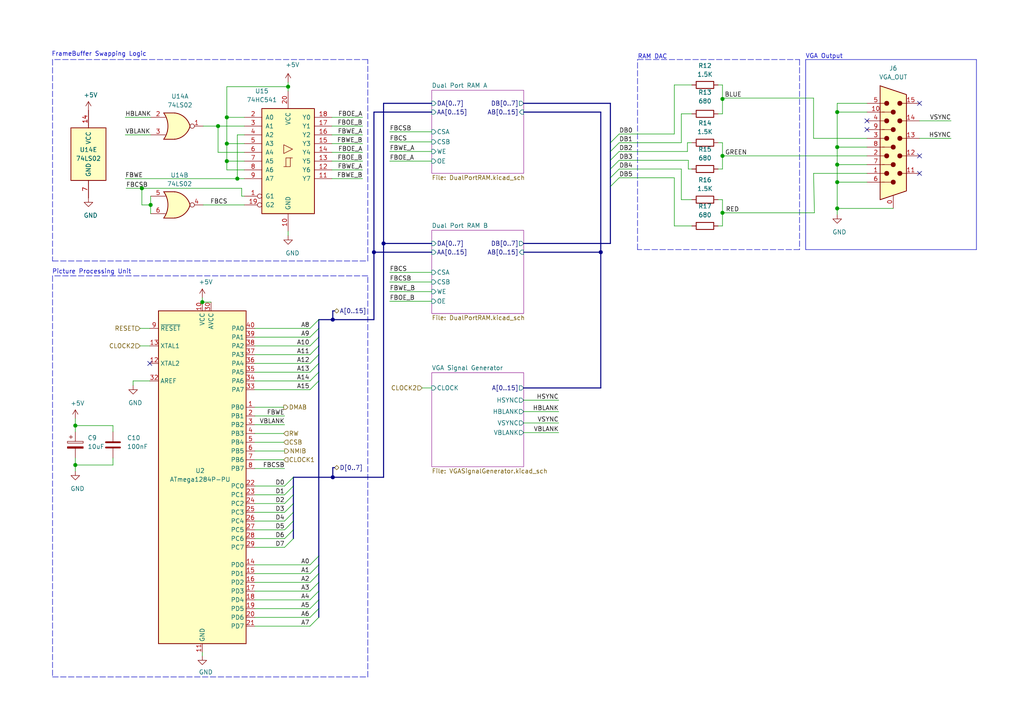
<source format=kicad_sch>
(kicad_sch (version 20201015) (generator eeschema)
  (paper "A4")
  (lib_symbols
    (symbol "74xx:74HCT541_3" (pin_names (offset 1.016))
      (property "Reference" "U" (at -7.62 16.51 0))
      (property "Value" "74HCT541" (at -7.62 -16.51 0))
      (symbol "74HCT541_3_1_0"
        (pin input inverted (at -12.7 -10.16 0) (length 5.08) (name "G1") (number "1"))
        (pin power_in line (at 0 -20.32 90) (length 5.08) (name "GND") (number "10"))
        (pin tri_state line (at 12.7 -5.08 180) (length 5.08) (name "Y7") (number "11"))
        (pin tri_state line (at 12.7 -2.54 180) (length 5.08) (name "Y6") (number "12"))
        (pin tri_state line (at 12.7 0 180) (length 5.08) (name "Y5") (number "13"))
        (pin tri_state line (at 12.7 2.54 180) (length 5.08) (name "Y4") (number "14"))
        (pin tri_state line (at 12.7 5.08 180) (length 5.08) (name "Y3") (number "15"))
        (pin tri_state line (at 12.7 7.62 180) (length 5.08) (name "Y2") (number "16"))
        (pin tri_state line (at 12.7 10.16 180) (length 5.08) (name "Y1") (number "17"))
        (pin tri_state line (at 12.7 12.7 180) (length 5.08) (name "Y0") (number "18"))
        (pin input inverted (at -12.7 -12.7 0) (length 5.08) (name "G2") (number "19"))
        (pin input line (at -12.7 12.7 0) (length 5.08) (name "A0") (number "2"))
        (pin power_in line (at 0 20.32 270) (length 5.08) (name "VCC") (number "20"))
        (pin input line (at -12.7 10.16 0) (length 5.08) (name "A1") (number "3"))
        (pin input line (at -12.7 7.62 0) (length 5.08) (name "A2") (number "4"))
        (pin input line (at -12.7 5.08 0) (length 5.08) (name "A3") (number "5"))
        (pin input line (at -12.7 2.54 0) (length 5.08) (name "A4") (number "6"))
        (pin input line (at -12.7 0 0) (length 5.08) (name "A5") (number "7"))
        (pin input line (at -12.7 -2.54 0) (length 5.08) (name "A6") (number "8"))
        (pin input line (at -12.7 -5.08 0) (length 5.08) (name "A7") (number "9"))
      )
    )
    (symbol "74xx:74LS02" (pin_names (offset 1.016))
      (property "Reference" "U" (at 0 1.27 0))
      (property "Value" "74LS02" (at 0 -1.27 0))
      (symbol "74LS02_1_1"
        (pin output inverted (at 7.62 0 180) (length 3.81) (name "~") (number "1"))
        (pin input line (at -7.62 2.54 0) (length 4.318) (name "~") (number "2"))
        (pin input line (at -7.62 -2.54 0) (length 4.318) (name "~") (number "3"))
      )
      (symbol "74LS02_1_2"
        (pin output line (at 7.62 0 180) (length 3.81) (name "~") (number "1"))
        (pin input inverted (at -7.62 2.54 0) (length 3.81) (name "~") (number "2"))
        (pin input inverted (at -7.62 -2.54 0) (length 3.81) (name "~") (number "3"))
      )
      (symbol "74LS02_2_1"
        (pin output inverted (at 7.62 0 180) (length 3.81) (name "~") (number "4"))
        (pin input line (at -7.62 2.54 0) (length 4.318) (name "~") (number "5"))
        (pin input line (at -7.62 -2.54 0) (length 4.318) (name "~") (number "6"))
      )
      (symbol "74LS02_2_2"
        (pin output line (at 7.62 0 180) (length 3.81) (name "~") (number "4"))
        (pin input inverted (at -7.62 2.54 0) (length 3.81) (name "~") (number "5"))
        (pin input inverted (at -7.62 -2.54 0) (length 3.81) (name "~") (number "6"))
      )
      (symbol "74LS02_3_1"
        (pin output inverted (at 7.62 0 180) (length 3.81) (name "~") (number "10"))
        (pin input line (at -7.62 2.54 0) (length 4.318) (name "~") (number "8"))
        (pin input line (at -7.62 -2.54 0) (length 4.318) (name "~") (number "9"))
      )
      (symbol "74LS02_3_2"
        (pin output line (at 7.62 0 180) (length 3.81) (name "~") (number "10"))
        (pin input inverted (at -7.62 2.54 0) (length 3.81) (name "~") (number "8"))
        (pin input inverted (at -7.62 -2.54 0) (length 3.81) (name "~") (number "9"))
      )
      (symbol "74LS02_4_1"
        (pin input line (at -7.62 2.54 0) (length 4.318) (name "~") (number "11"))
        (pin input line (at -7.62 -2.54 0) (length 4.318) (name "~") (number "12"))
        (pin output inverted (at 7.62 0 180) (length 3.81) (name "~") (number "13"))
      )
      (symbol "74LS02_4_2"
        (pin input inverted (at -7.62 2.54 0) (length 3.81) (name "~") (number "11"))
        (pin input inverted (at -7.62 -2.54 0) (length 3.81) (name "~") (number "12"))
        (pin output line (at 7.62 0 180) (length 3.81) (name "~") (number "13"))
      )
      (symbol "74LS02_5_0"
        (pin power_in line (at 0 12.7 270) (length 5.08) (name "VCC") (number "14"))
        (pin power_in line (at 0 -12.7 90) (length 5.08) (name "GND") (number "7"))
      )
    )
    (symbol "74xx:74LS02_1" (pin_names (offset 1.016))
      (property "Reference" "U" (at 0 1.27 0))
      (property "Value" "74LS02" (at 0 -1.27 0))
      (symbol "74LS02_1_1_1"
        (pin output inverted (at 7.62 0 180) (length 3.81) (name "~") (number "1"))
        (pin input line (at -7.62 2.54 0) (length 4.318) (name "~") (number "2"))
        (pin input line (at -7.62 -2.54 0) (length 4.318) (name "~") (number "3"))
      )
      (symbol "74LS02_1_1_2"
        (pin output line (at 7.62 0 180) (length 3.81) (name "~") (number "1"))
        (pin input inverted (at -7.62 2.54 0) (length 3.81) (name "~") (number "2"))
        (pin input inverted (at -7.62 -2.54 0) (length 3.81) (name "~") (number "3"))
      )
      (symbol "74LS02_1_2_1"
        (pin output inverted (at 7.62 0 180) (length 3.81) (name "~") (number "4"))
        (pin input line (at -7.62 2.54 0) (length 4.318) (name "~") (number "5"))
        (pin input line (at -7.62 -2.54 0) (length 4.318) (name "~") (number "6"))
      )
      (symbol "74LS02_1_2_2"
        (pin output line (at 7.62 0 180) (length 3.81) (name "~") (number "4"))
        (pin input inverted (at -7.62 2.54 0) (length 3.81) (name "~") (number "5"))
        (pin input inverted (at -7.62 -2.54 0) (length 3.81) (name "~") (number "6"))
      )
      (symbol "74LS02_1_3_1"
        (pin output inverted (at 7.62 0 180) (length 3.81) (name "~") (number "10"))
        (pin input line (at -7.62 2.54 0) (length 4.318) (name "~") (number "8"))
        (pin input line (at -7.62 -2.54 0) (length 4.318) (name "~") (number "9"))
      )
      (symbol "74LS02_1_3_2"
        (pin output line (at 7.62 0 180) (length 3.81) (name "~") (number "10"))
        (pin input inverted (at -7.62 2.54 0) (length 3.81) (name "~") (number "8"))
        (pin input inverted (at -7.62 -2.54 0) (length 3.81) (name "~") (number "9"))
      )
      (symbol "74LS02_1_4_1"
        (pin input line (at -7.62 2.54 0) (length 4.318) (name "~") (number "11"))
        (pin input line (at -7.62 -2.54 0) (length 4.318) (name "~") (number "12"))
        (pin output inverted (at 7.62 0 180) (length 3.81) (name "~") (number "13"))
      )
      (symbol "74LS02_1_4_2"
        (pin input inverted (at -7.62 2.54 0) (length 3.81) (name "~") (number "11"))
        (pin input inverted (at -7.62 -2.54 0) (length 3.81) (name "~") (number "12"))
        (pin output line (at 7.62 0 180) (length 3.81) (name "~") (number "13"))
      )
      (symbol "74LS02_1_5_0"
        (pin power_in line (at 0 12.7 270) (length 5.08) (name "VCC") (number "14"))
        (pin power_in line (at 0 -12.7 90) (length 5.08) (name "GND") (number "7"))
      )
    )
    (symbol "74xx:74LS02_2" (pin_names (offset 1.016))
      (property "Reference" "U" (at 0 1.27 0))
      (property "Value" "74LS02" (at 0 -1.27 0))
      (symbol "74LS02_2_1_1"
        (pin output inverted (at 7.62 0 180) (length 3.81) (name "~") (number "1"))
        (pin input line (at -7.62 2.54 0) (length 4.318) (name "~") (number "2"))
        (pin input line (at -7.62 -2.54 0) (length 4.318) (name "~") (number "3"))
      )
      (symbol "74LS02_2_1_2"
        (pin output line (at 7.62 0 180) (length 3.81) (name "~") (number "1"))
        (pin input inverted (at -7.62 2.54 0) (length 3.81) (name "~") (number "2"))
        (pin input inverted (at -7.62 -2.54 0) (length 3.81) (name "~") (number "3"))
      )
      (symbol "74LS02_2_2_1"
        (pin output inverted (at 7.62 0 180) (length 3.81) (name "~") (number "4"))
        (pin input line (at -7.62 2.54 0) (length 4.318) (name "~") (number "5"))
        (pin input line (at -7.62 -2.54 0) (length 4.318) (name "~") (number "6"))
      )
      (symbol "74LS02_2_2_2"
        (pin output line (at 7.62 0 180) (length 3.81) (name "~") (number "4"))
        (pin input inverted (at -7.62 2.54 0) (length 3.81) (name "~") (number "5"))
        (pin input inverted (at -7.62 -2.54 0) (length 3.81) (name "~") (number "6"))
      )
      (symbol "74LS02_2_3_1"
        (pin output inverted (at 7.62 0 180) (length 3.81) (name "~") (number "10"))
        (pin input line (at -7.62 2.54 0) (length 4.318) (name "~") (number "8"))
        (pin input line (at -7.62 -2.54 0) (length 4.318) (name "~") (number "9"))
      )
      (symbol "74LS02_2_3_2"
        (pin output line (at 7.62 0 180) (length 3.81) (name "~") (number "10"))
        (pin input inverted (at -7.62 2.54 0) (length 3.81) (name "~") (number "8"))
        (pin input inverted (at -7.62 -2.54 0) (length 3.81) (name "~") (number "9"))
      )
      (symbol "74LS02_2_4_1"
        (pin input line (at -7.62 2.54 0) (length 4.318) (name "~") (number "11"))
        (pin input line (at -7.62 -2.54 0) (length 4.318) (name "~") (number "12"))
        (pin output inverted (at 7.62 0 180) (length 3.81) (name "~") (number "13"))
      )
      (symbol "74LS02_2_4_2"
        (pin input inverted (at -7.62 2.54 0) (length 3.81) (name "~") (number "11"))
        (pin input inverted (at -7.62 -2.54 0) (length 3.81) (name "~") (number "12"))
        (pin output line (at 7.62 0 180) (length 3.81) (name "~") (number "13"))
      )
      (symbol "74LS02_2_5_0"
        (pin power_in line (at 0 12.7 270) (length 5.08) (name "VCC") (number "14"))
        (pin power_in line (at 0 -12.7 90) (length 5.08) (name "GND") (number "7"))
      )
    )
    (symbol "Connector:DB15_Male_HighDensity_MountingHoles" (pin_names (offset 1.016) hide)
      (property "Reference" "J" (at 0 21.59 0))
      (property "Value" "DB15_Male_HighDensity_MountingHoles" (at 0 19.05 0))
      (symbol "DB15_Male_HighDensity_MountingHoles_1_1"
        (pin passive line (at 0 -17.78 90) (length 3.81) (name "~") (number "0"))
        (pin passive line (at -7.62 -7.62 0) (length 5.08) (name "~") (number "1"))
        (pin passive line (at -7.62 10.16 0) (length 5.08) (name "~") (number "10"))
        (pin passive line (at 7.62 -7.62 180) (length 5.08) (name "~") (number "11"))
        (pin passive line (at 7.62 -2.54 180) (length 5.08) (name "~") (number "12"))
        (pin passive line (at 7.62 2.54 180) (length 5.08) (name "~") (number "13"))
        (pin passive line (at 7.62 7.62 180) (length 5.08) (name "~") (number "14"))
        (pin passive line (at 7.62 12.7 180) (length 5.08) (name "~") (number "15"))
        (pin passive line (at -7.62 -2.54 0) (length 5.08) (name "~") (number "2"))
        (pin passive line (at -7.62 2.54 0) (length 5.08) (name "~") (number "3"))
        (pin passive line (at -7.62 7.62 0) (length 5.08) (name "~") (number "4"))
        (pin passive line (at -7.62 12.7 0) (length 5.08) (name "~") (number "5"))
        (pin passive line (at -7.62 -10.16 0) (length 5.08) (name "~") (number "6"))
        (pin passive line (at -7.62 -5.08 0) (length 5.08) (name "~") (number "7"))
        (pin passive line (at -7.62 0 0) (length 5.08) (name "~") (number "8"))
        (pin passive line (at -7.62 5.08 0) (length 5.08) (name "~") (number "9"))
      )
    )
    (symbol "Device:C" (pin_numbers hide) (pin_names (offset 0.254))
      (property "Reference" "C" (at 0.635 2.54 0))
      (property "Value" "C" (at 0.635 -2.54 0))
      (symbol "C_1_1"
        (pin passive line (at 0 3.81 270) (length 2.794) (name "~") (number "1"))
        (pin passive line (at 0 -3.81 90) (length 2.794) (name "~") (number "2"))
      )
    )
    (symbol "Device:CP" (pin_numbers hide) (pin_names (offset 0.254))
      (property "Reference" "C" (at 0.635 2.54 0))
      (property "Value" "CP" (at 0.635 -2.54 0))
      (symbol "CP_1_1"
        (pin passive line (at 0 3.81 270) (length 2.794) (name "~") (number "1"))
        (pin passive line (at 0 -3.81 90) (length 2.794) (name "~") (number "2"))
      )
    )
    (symbol "Device:R" (pin_numbers hide) (pin_names (offset 0))
      (property "Reference" "R" (at 2.032 0 90))
      (property "Value" "R" (at 0 0 90))
      (symbol "R_1_1"
        (pin passive line (at 0 3.81 270) (length 1.27) (name "~") (number "1"))
        (pin passive line (at 0 -3.81 90) (length 1.27) (name "~") (number "2"))
      )
    )
    (symbol "MCU_Microchip_ATmega:ATmega1284P-PU"
      (property "Reference" "U" (at -12.7 49.53 0))
      (property "Value" "ATmega1284P-PU" (at 2.54 -49.53 0))
      (symbol "ATmega1284P-PU_1_1"
        (pin bidirectional line (at 15.24 20.32 180) (length 2.54) (name "PB0") (number "1"))
        (pin power_in line (at 0 50.8 270) (length 2.54) (name "VCC") (number "10"))
        (pin power_in line (at 0 -50.8 90) (length 2.54) (name "GND") (number "11"))
        (pin output line (at -15.24 33.02 0) (length 2.54) (name "XTAL2") (number "12"))
        (pin input line (at -15.24 38.1 0) (length 2.54) (name "XTAL1") (number "13"))
        (pin bidirectional line (at 15.24 -25.4 180) (length 2.54) (name "PD0") (number "14"))
        (pin bidirectional line (at 15.24 -27.94 180) (length 2.54) (name "PD1") (number "15"))
        (pin bidirectional line (at 15.24 -30.48 180) (length 2.54) (name "PD2") (number "16"))
        (pin bidirectional line (at 15.24 -33.02 180) (length 2.54) (name "PD3") (number "17"))
        (pin bidirectional line (at 15.24 -35.56 180) (length 2.54) (name "PD4") (number "18"))
        (pin bidirectional line (at 15.24 -38.1 180) (length 2.54) (name "PD5") (number "19"))
        (pin bidirectional line (at 15.24 17.78 180) (length 2.54) (name "PB1") (number "2"))
        (pin bidirectional line (at 15.24 -40.64 180) (length 2.54) (name "PD6") (number "20"))
        (pin bidirectional line (at 15.24 -43.18 180) (length 2.54) (name "PD7") (number "21"))
        (pin bidirectional line (at 15.24 -2.54 180) (length 2.54) (name "PC0") (number "22"))
        (pin bidirectional line (at 15.24 -5.08 180) (length 2.54) (name "PC1") (number "23"))
        (pin bidirectional line (at 15.24 -7.62 180) (length 2.54) (name "PC2") (number "24"))
        (pin bidirectional line (at 15.24 -10.16 180) (length 2.54) (name "PC3") (number "25"))
        (pin bidirectional line (at 15.24 -12.7 180) (length 2.54) (name "PC4") (number "26"))
        (pin bidirectional line (at 15.24 -15.24 180) (length 2.54) (name "PC5") (number "27"))
        (pin bidirectional line (at 15.24 -17.78 180) (length 2.54) (name "PC6") (number "28"))
        (pin bidirectional line (at 15.24 -20.32 180) (length 2.54) (name "PC7") (number "29"))
        (pin bidirectional line (at 15.24 15.24 180) (length 2.54) (name "PB2") (number "3"))
        (pin power_in line (at 2.54 50.8 270) (length 2.54) (name "AVCC") (number "30"))
        (pin passive line (at 0 -50.8 90) (length 2.54) hide (name "GND") (number "31"))
        (pin passive line (at -15.24 27.94 0) (length 2.54) (name "AREF") (number "32"))
        (pin bidirectional line (at 15.24 25.4 180) (length 2.54) (name "PA7") (number "33"))
        (pin bidirectional line (at 15.24 27.94 180) (length 2.54) (name "PA6") (number "34"))
        (pin bidirectional line (at 15.24 30.48 180) (length 2.54) (name "PA5") (number "35"))
        (pin bidirectional line (at 15.24 33.02 180) (length 2.54) (name "PA4") (number "36"))
        (pin bidirectional line (at 15.24 35.56 180) (length 2.54) (name "PA3") (number "37"))
        (pin bidirectional line (at 15.24 38.1 180) (length 2.54) (name "PA2") (number "38"))
        (pin bidirectional line (at 15.24 40.64 180) (length 2.54) (name "PA1") (number "39"))
        (pin bidirectional line (at 15.24 12.7 180) (length 2.54) (name "PB3") (number "4"))
        (pin bidirectional line (at 15.24 43.18 180) (length 2.54) (name "PA0") (number "40"))
        (pin bidirectional line (at 15.24 10.16 180) (length 2.54) (name "PB4") (number "5"))
        (pin bidirectional line (at 15.24 7.62 180) (length 2.54) (name "PB5") (number "6"))
        (pin bidirectional line (at 15.24 5.08 180) (length 2.54) (name "PB6") (number "7"))
        (pin bidirectional line (at 15.24 2.54 180) (length 2.54) (name "PB7") (number "8"))
        (pin input line (at -15.24 43.18 0) (length 2.54) (name "~RESET") (number "9"))
      )
    )
    (symbol "power:+5V" (power) (pin_names (offset 0))
      (property "Value" "+5V" (at 0 3.556 0))
      (symbol "+5V_1_1"
        (pin power_in line (at 0 0 90) (length 0) hide (name "+5V") (number "1"))
      )
    )
    (symbol "power:GND" (power) (pin_names (offset 0))
      (property "Value" "GND" (at 0 -3.81 0))
      (symbol "GND_1_1"
        (pin power_in line (at 0 0 270) (length 0) hide (name "GND") (number "1"))
      )
    )
  )
  (junction (at 21.844 123.444) (diameter 1.016))
  (junction (at 21.844 134.874) (diameter 1.016))
  (junction (at 41.148 54.61) (diameter 1.016))
  (junction (at 43.688 59.436) (diameter 1.016))
  (junction (at 58.674 87.63) (diameter 1.016))
  (junction (at 63.246 36.576) (diameter 1.016))
  (junction (at 65.786 34.036) (diameter 1.016))
  (junction (at 65.786 41.656) (diameter 1.016))
  (junction (at 65.786 46.736) (diameter 1.016))
  (junction (at 68.834 51.816) (diameter 1.016))
  (junction (at 83.566 25.146) (diameter 1.016))
  (junction (at 209.55 28.702) (diameter 1.016))
  (junction (at 209.55 45.212) (diameter 1.016))
  (junction (at 209.55 61.722) (diameter 1.016))
  (junction (at 242.824 32.512) (diameter 1.016))
  (junction (at 242.824 42.672) (diameter 1.016))
  (junction (at 242.824 47.752) (diameter 1.016))
  (junction (at 242.824 52.832) (diameter 1.016))
  (junction (at 242.824 60.452) (diameter 1.016))
  (junction (at 96.52 92.71) (diameter 1.016))
  (junction (at 96.52 138.43) (diameter 1.016))
  (junction (at 108.458 73.152) (diameter 1.016))
  (junction (at 111.252 70.612) (diameter 1.016))
  (junction (at 174.244 73.152) (diameter 1.016))
  (no_connect (at 251.46 35.052))
  (no_connect (at 266.7 29.972))
  (no_connect (at 43.434 105.41))
  (no_connect (at 266.7 45.212))
  (no_connect (at 251.46 37.592))
  (no_connect (at 266.7 50.292))
  (bus_entry (at 82.55 140.97) (size 2.54 -2.54) (stroke (width 0.1524)))
  (bus_entry (at 82.55 143.51) (size 2.54 -2.54) (stroke (width 0.1524)))
  (bus_entry (at 82.55 146.05) (size 2.54 -2.54) (stroke (width 0.1524)))
  (bus_entry (at 82.55 148.59) (size 2.54 -2.54) (stroke (width 0.1524)))
  (bus_entry (at 82.55 151.13) (size 2.54 -2.54) (stroke (width 0.1524)))
  (bus_entry (at 82.55 153.67) (size 2.54 -2.54) (stroke (width 0.1524)))
  (bus_entry (at 82.55 156.21) (size 2.54 -2.54) (stroke (width 0.1524)))
  (bus_entry (at 82.55 158.75) (size 2.54 -2.54) (stroke (width 0.1524)))
  (bus_entry (at 92.456 92.71) (size -2.54 2.54) (stroke (width 0.1524)))
  (bus_entry (at 92.456 95.25) (size -2.54 2.54) (stroke (width 0.1524)))
  (bus_entry (at 92.456 97.79) (size -2.54 2.54) (stroke (width 0.1524)))
  (bus_entry (at 92.456 100.33) (size -2.54 2.54) (stroke (width 0.1524)))
  (bus_entry (at 92.456 102.87) (size -2.54 2.54) (stroke (width 0.1524)))
  (bus_entry (at 92.456 105.41) (size -2.54 2.54) (stroke (width 0.1524)))
  (bus_entry (at 92.456 107.95) (size -2.54 2.54) (stroke (width 0.1524)))
  (bus_entry (at 92.456 110.49) (size -2.54 2.54) (stroke (width 0.1524)))
  (bus_entry (at 92.456 161.29) (size -2.54 2.54) (stroke (width 0.1524)))
  (bus_entry (at 92.456 163.83) (size -2.54 2.54) (stroke (width 0.1524)))
  (bus_entry (at 92.456 166.37) (size -2.54 2.54) (stroke (width 0.1524)))
  (bus_entry (at 92.456 168.91) (size -2.54 2.54) (stroke (width 0.1524)))
  (bus_entry (at 92.456 171.45) (size -2.54 2.54) (stroke (width 0.1524)))
  (bus_entry (at 92.456 173.99) (size -2.54 2.54) (stroke (width 0.1524)))
  (bus_entry (at 92.456 176.53) (size -2.54 2.54) (stroke (width 0.1524)))
  (bus_entry (at 92.456 179.07) (size -2.54 2.54) (stroke (width 0.1524)))
  (bus_entry (at 177.038 41.402) (size 2.54 -2.54) (stroke (width 0.1524)))
  (bus_entry (at 177.038 43.942) (size 2.54 -2.54) (stroke (width 0.1524)))
  (bus_entry (at 177.038 46.482) (size 2.54 -2.54) (stroke (width 0.1524)))
  (bus_entry (at 177.038 49.022) (size 2.54 -2.54) (stroke (width 0.1524)))
  (bus_entry (at 177.038 51.562) (size 2.54 -2.54) (stroke (width 0.1524)))
  (bus_entry (at 177.038 54.102) (size 2.54 -2.54) (stroke (width 0.1524)))
  (wire (pts (xy 21.844 121.412) (xy 21.844 123.444)))
  (wire (pts (xy 21.844 123.444) (xy 32.766 123.444)))
  (wire (pts (xy 21.844 125.222) (xy 21.844 123.444)))
  (wire (pts (xy 21.844 132.842) (xy 21.844 134.874)))
  (wire (pts (xy 21.844 134.874) (xy 21.844 136.652)))
  (wire (pts (xy 21.844 134.874) (xy 32.766 134.874)))
  (wire (pts (xy 32.766 123.444) (xy 32.766 125.222)))
  (wire (pts (xy 32.766 134.874) (xy 32.766 132.842)))
  (wire (pts (xy 36.322 34.036) (xy 43.688 34.036)))
  (wire (pts (xy 36.322 39.116) (xy 43.688 39.116)))
  (wire (pts (xy 36.322 51.816) (xy 68.834 51.816)))
  (wire (pts (xy 36.576 54.61) (xy 41.148 54.61)))
  (wire (pts (xy 38.608 110.49) (xy 38.608 111.76)))
  (wire (pts (xy 40.64 95.25) (xy 43.434 95.25)))
  (wire (pts (xy 40.64 100.33) (xy 43.434 100.33)))
  (wire (pts (xy 41.148 54.61) (xy 41.148 59.436)))
  (wire (pts (xy 41.148 54.61) (xy 70.104 54.61)))
  (wire (pts (xy 41.148 59.436) (xy 43.688 59.436)))
  (wire (pts (xy 43.434 110.49) (xy 38.608 110.49)))
  (wire (pts (xy 43.688 56.896) (xy 43.688 59.436)))
  (wire (pts (xy 43.688 59.436) (xy 43.688 61.976)))
  (wire (pts (xy 58.674 86.36) (xy 58.674 87.63)))
  (wire (pts (xy 58.674 87.63) (xy 61.214 87.63)))
  (wire (pts (xy 58.674 189.23) (xy 58.674 190.246)))
  (wire (pts (xy 58.928 36.576) (xy 63.246 36.576)))
  (wire (pts (xy 58.928 59.436) (xy 70.866 59.436)))
  (wire (pts (xy 63.246 36.576) (xy 70.866 36.576)))
  (wire (pts (xy 63.246 44.196) (xy 63.246 36.576)))
  (wire (pts (xy 63.246 44.196) (xy 70.866 44.196)))
  (wire (pts (xy 65.786 25.146) (xy 65.786 34.036)))
  (wire (pts (xy 65.786 34.036) (xy 70.866 34.036)))
  (wire (pts (xy 65.786 41.656) (xy 65.786 34.036)))
  (wire (pts (xy 65.786 46.736) (xy 65.786 41.656)))
  (wire (pts (xy 65.786 49.276) (xy 65.786 46.736)))
  (wire (pts (xy 68.834 39.116) (xy 68.834 51.816)))
  (wire (pts (xy 68.834 39.116) (xy 70.866 39.116)))
  (wire (pts (xy 68.834 51.816) (xy 70.866 51.816)))
  (wire (pts (xy 70.104 54.61) (xy 70.104 56.896)))
  (wire (pts (xy 70.104 56.896) (xy 70.866 56.896)))
  (wire (pts (xy 70.866 41.656) (xy 65.786 41.656)))
  (wire (pts (xy 70.866 46.736) (xy 65.786 46.736)))
  (wire (pts (xy 70.866 49.276) (xy 65.786 49.276)))
  (wire (pts (xy 73.914 95.25) (xy 89.916 95.25)))
  (wire (pts (xy 73.914 97.79) (xy 89.916 97.79)))
  (wire (pts (xy 73.914 100.33) (xy 89.916 100.33)))
  (wire (pts (xy 73.914 102.87) (xy 89.916 102.87)))
  (wire (pts (xy 73.914 105.41) (xy 89.916 105.41)))
  (wire (pts (xy 73.914 107.95) (xy 89.916 107.95)))
  (wire (pts (xy 73.914 110.49) (xy 89.916 110.49)))
  (wire (pts (xy 73.914 113.03) (xy 89.916 113.03)))
  (wire (pts (xy 73.914 118.11) (xy 82.296 118.11)))
  (wire (pts (xy 73.914 120.65) (xy 82.55 120.65)))
  (wire (pts (xy 73.914 123.19) (xy 82.55 123.19)))
  (wire (pts (xy 73.914 125.73) (xy 82.296 125.73)))
  (wire (pts (xy 73.914 128.27) (xy 82.296 128.27)))
  (wire (pts (xy 73.914 130.81) (xy 82.55 130.81)))
  (wire (pts (xy 73.914 133.35) (xy 82.296 133.35)))
  (wire (pts (xy 73.914 135.89) (xy 82.55 135.89)))
  (wire (pts (xy 73.914 140.97) (xy 82.55 140.97)))
  (wire (pts (xy 73.914 143.51) (xy 82.55 143.51)))
  (wire (pts (xy 73.914 146.05) (xy 82.55 146.05)))
  (wire (pts (xy 73.914 148.59) (xy 82.55 148.59)))
  (wire (pts (xy 73.914 151.13) (xy 82.55 151.13)))
  (wire (pts (xy 73.914 153.67) (xy 82.55 153.67)))
  (wire (pts (xy 73.914 156.21) (xy 82.55 156.21)))
  (wire (pts (xy 73.914 158.75) (xy 82.55 158.75)))
  (wire (pts (xy 73.914 163.83) (xy 89.916 163.83)))
  (wire (pts (xy 73.914 166.37) (xy 89.916 166.37)))
  (wire (pts (xy 73.914 168.91) (xy 89.916 168.91)))
  (wire (pts (xy 73.914 171.45) (xy 89.916 171.45)))
  (wire (pts (xy 73.914 173.99) (xy 89.916 173.99)))
  (wire (pts (xy 73.914 176.53) (xy 89.916 176.53)))
  (wire (pts (xy 73.914 179.07) (xy 89.916 179.07)))
  (wire (pts (xy 73.914 181.61) (xy 89.916 181.61)))
  (wire (pts (xy 83.566 23.876) (xy 83.566 25.146)))
  (wire (pts (xy 83.566 25.146) (xy 65.786 25.146)))
  (wire (pts (xy 83.566 25.146) (xy 83.566 26.416)))
  (wire (pts (xy 83.566 67.056) (xy 83.566 68.326)))
  (wire (pts (xy 96.266 34.036) (xy 105.156 34.036)))
  (wire (pts (xy 96.266 36.576) (xy 105.156 36.576)))
  (wire (pts (xy 96.266 39.116) (xy 105.156 39.116)))
  (wire (pts (xy 96.266 41.656) (xy 105.156 41.656)))
  (wire (pts (xy 96.266 44.196) (xy 105.156 44.196)))
  (wire (pts (xy 96.266 46.736) (xy 105.156 46.736)))
  (wire (pts (xy 96.266 49.276) (xy 105.156 49.276)))
  (wire (pts (xy 96.266 51.816) (xy 105.156 51.816)))
  (wire (pts (xy 113.03 38.227) (xy 125.222 38.227)))
  (wire (pts (xy 113.03 41.148) (xy 125.222 41.148)))
  (wire (pts (xy 113.03 78.994) (xy 125.222 78.994)))
  (wire (pts (xy 113.03 81.788) (xy 125.222 81.788)))
  (wire (pts (xy 122.428 112.522) (xy 125.222 112.522)))
  (wire (pts (xy 125.222 43.942) (xy 113.03 43.942)))
  (wire (pts (xy 125.222 46.736) (xy 113.03 46.736)))
  (wire (pts (xy 125.222 84.582) (xy 113.03 84.582)))
  (wire (pts (xy 125.222 87.376) (xy 113.03 87.376)))
  (wire (pts (xy 162.052 116.078) (xy 151.892 116.078)))
  (wire (pts (xy 162.052 119.38) (xy 151.892 119.38)))
  (wire (pts (xy 162.052 122.682) (xy 151.892 122.682)))
  (wire (pts (xy 162.052 125.476) (xy 151.892 125.476)))
  (wire (pts (xy 179.578 38.862) (xy 195.58 38.862)))
  (wire (pts (xy 179.578 41.402) (xy 197.612 41.402)))
  (wire (pts (xy 179.578 43.942) (xy 199.39 43.942)))
  (wire (pts (xy 179.578 46.482) (xy 199.644 46.482)))
  (wire (pts (xy 179.578 49.022) (xy 197.612 49.022)))
  (wire (pts (xy 179.578 51.562) (xy 195.58 51.562)))
  (wire (pts (xy 195.58 24.638) (xy 200.66 24.638)))
  (wire (pts (xy 195.58 38.862) (xy 195.58 24.638)))
  (wire (pts (xy 195.58 51.562) (xy 195.58 65.532)))
  (wire (pts (xy 195.58 65.532) (xy 200.66 65.532)))
  (wire (pts (xy 197.612 33.02) (xy 200.66 33.02)))
  (wire (pts (xy 197.612 41.402) (xy 197.612 33.02)))
  (wire (pts (xy 197.612 49.022) (xy 197.612 57.912)))
  (wire (pts (xy 197.612 57.912) (xy 200.66 57.912)))
  (wire (pts (xy 199.39 41.402) (xy 200.66 41.402)))
  (wire (pts (xy 199.39 43.942) (xy 199.39 41.402)))
  (wire (pts (xy 199.644 46.482) (xy 199.644 49.022)))
  (wire (pts (xy 199.644 49.022) (xy 200.66 49.022)))
  (wire (pts (xy 208.28 41.402) (xy 209.55 41.402)))
  (wire (pts (xy 208.28 57.912) (xy 209.55 57.912)))
  (wire (pts (xy 209.55 24.638) (xy 208.28 24.638)))
  (wire (pts (xy 209.55 24.638) (xy 209.55 28.702)))
  (wire (pts (xy 209.55 28.702) (xy 209.55 33.02)))
  (wire (pts (xy 209.55 33.02) (xy 208.28 33.02)))
  (wire (pts (xy 209.55 41.402) (xy 209.55 45.212)))
  (wire (pts (xy 209.55 45.212) (xy 209.55 49.022)))
  (wire (pts (xy 209.55 45.212) (xy 251.46 45.212)))
  (wire (pts (xy 209.55 49.022) (xy 208.28 49.022)))
  (wire (pts (xy 209.55 57.912) (xy 209.55 61.722)))
  (wire (pts (xy 209.55 61.722) (xy 209.55 65.532)))
  (wire (pts (xy 209.55 61.722) (xy 236.22 61.722)))
  (wire (pts (xy 209.55 65.532) (xy 208.28 65.532)))
  (wire (pts (xy 209.804 28.448) (xy 209.804 28.702)))
  (wire (pts (xy 209.804 28.448) (xy 235.966 28.448)))
  (wire (pts (xy 209.804 28.702) (xy 209.55 28.702)))
  (wire (pts (xy 235.966 40.132) (xy 235.966 28.448)))
  (wire (pts (xy 235.966 40.132) (xy 251.46 40.132)))
  (wire (pts (xy 235.966 50.292) (xy 251.46 50.292)))
  (wire (pts (xy 236.22 61.722) (xy 235.966 50.292)))
  (wire (pts (xy 242.824 29.972) (xy 242.824 32.512)))
  (wire (pts (xy 242.824 29.972) (xy 251.46 29.972)))
  (wire (pts (xy 242.824 32.512) (xy 242.824 42.672)))
  (wire (pts (xy 242.824 32.512) (xy 251.46 32.512)))
  (wire (pts (xy 242.824 42.672) (xy 242.824 47.752)))
  (wire (pts (xy 242.824 42.672) (xy 251.46 42.672)))
  (wire (pts (xy 242.824 47.752) (xy 242.824 52.832)))
  (wire (pts (xy 242.824 47.752) (xy 251.46 47.752)))
  (wire (pts (xy 242.824 52.832) (xy 242.824 60.452)))
  (wire (pts (xy 242.824 52.832) (xy 251.46 52.832)))
  (wire (pts (xy 242.824 60.452) (xy 242.824 62.23)))
  (wire (pts (xy 242.824 60.452) (xy 259.08 60.452)))
  (wire (pts (xy 266.7 35.052) (xy 275.844 35.052)))
  (wire (pts (xy 266.7 40.132) (xy 275.844 40.132)))
  (bus (pts (xy 85.09 138.43) (xy 85.09 140.97)))
  (bus (pts (xy 85.09 138.43) (xy 96.52 138.43)))
  (bus (pts (xy 85.09 140.97) (xy 85.09 143.51)))
  (bus (pts (xy 85.09 143.51) (xy 85.09 146.05)))
  (bus (pts (xy 85.09 146.05) (xy 85.09 148.59)))
  (bus (pts (xy 85.09 148.59) (xy 85.09 151.13)))
  (bus (pts (xy 85.09 151.13) (xy 85.09 153.67)))
  (bus (pts (xy 85.09 153.67) (xy 85.09 156.21)))
  (bus (pts (xy 92.456 92.71) (xy 92.456 95.25)))
  (bus (pts (xy 92.456 92.71) (xy 96.52 92.71)))
  (bus (pts (xy 92.456 95.25) (xy 92.456 97.79)))
  (bus (pts (xy 92.456 97.79) (xy 92.456 100.33)))
  (bus (pts (xy 92.456 100.33) (xy 92.456 102.87)))
  (bus (pts (xy 92.456 102.87) (xy 92.456 105.41)))
  (bus (pts (xy 92.456 105.41) (xy 92.456 107.95)))
  (bus (pts (xy 92.456 107.95) (xy 92.456 110.49)))
  (bus (pts (xy 92.456 110.49) (xy 92.456 161.29)))
  (bus (pts (xy 92.456 161.29) (xy 92.456 163.83)))
  (bus (pts (xy 92.456 163.83) (xy 92.456 166.37)))
  (bus (pts (xy 92.456 166.37) (xy 92.456 168.91)))
  (bus (pts (xy 92.456 168.91) (xy 92.456 171.45)))
  (bus (pts (xy 92.456 171.45) (xy 92.456 173.99)))
  (bus (pts (xy 92.456 173.99) (xy 92.456 176.53)))
  (bus (pts (xy 92.456 176.53) (xy 92.456 179.07)))
  (bus (pts (xy 96.52 90.17) (xy 96.52 92.71)))
  (bus (pts (xy 96.52 90.17) (xy 97.028 90.17)))
  (bus (pts (xy 96.52 92.71) (xy 108.458 92.71)))
  (bus (pts (xy 96.52 135.636) (xy 96.52 138.43)))
  (bus (pts (xy 96.52 138.43) (xy 111.252 138.43)))
  (bus (pts (xy 97.028 135.636) (xy 96.52 135.636)))
  (bus (pts (xy 108.458 32.512) (xy 108.458 73.152)))
  (bus (pts (xy 108.458 32.512) (xy 125.222 32.512)))
  (bus (pts (xy 108.458 73.152) (xy 108.458 92.71)))
  (bus (pts (xy 108.458 73.152) (xy 125.222 73.152)))
  (bus (pts (xy 111.252 29.972) (xy 111.252 70.612)))
  (bus (pts (xy 111.252 29.972) (xy 125.222 29.972)))
  (bus (pts (xy 111.252 70.612) (xy 111.252 138.43)))
  (bus (pts (xy 111.252 70.612) (xy 125.222 70.612)))
  (bus (pts (xy 151.892 29.972) (xy 177.038 29.972)))
  (bus (pts (xy 151.892 32.512) (xy 174.244 32.512)))
  (bus (pts (xy 151.892 70.612) (xy 177.038 70.612)))
  (bus (pts (xy 151.892 73.152) (xy 174.244 73.152)))
  (bus (pts (xy 151.892 112.522) (xy 174.244 112.522)))
  (bus (pts (xy 174.244 32.512) (xy 174.244 73.152)))
  (bus (pts (xy 174.244 73.152) (xy 174.244 112.522)))
  (bus (pts (xy 177.038 29.972) (xy 177.038 41.402)))
  (bus (pts (xy 177.038 41.402) (xy 177.038 43.942)))
  (bus (pts (xy 177.038 43.942) (xy 177.038 46.482)))
  (bus (pts (xy 177.038 46.482) (xy 177.038 49.022)))
  (bus (pts (xy 177.038 49.022) (xy 177.038 51.562)))
  (bus (pts (xy 177.038 51.562) (xy 177.038 54.102)))
  (bus (pts (xy 177.038 54.102) (xy 177.038 70.612)))
  (polyline (pts (xy 15.24 17.272) (xy 15.24 75.692)) (stroke (width 0) (type dash)))
  (polyline (pts (xy 15.24 75.692) (xy 106.68 75.692)) (stroke (width 0) (type dash)))
  (polyline (pts (xy 15.24 80.01) (xy 15.24 196.342)) (stroke (width 0) (type dash)))
  (polyline (pts (xy 15.24 196.342) (xy 106.68 196.342)) (stroke (width 0) (type dash)))
  (polyline (pts (xy 106.68 17.272) (xy 15.24 17.272)) (stroke (width 0) (type dash)))
  (polyline (pts (xy 106.68 75.692) (xy 106.68 17.272)) (stroke (width 0) (type dash)))
  (polyline (pts (xy 106.68 80.01) (xy 15.24 80.01)) (stroke (width 0) (type dash)))
  (polyline (pts (xy 106.68 196.342) (xy 106.68 80.01)) (stroke (width 0) (type dash)))
  (polyline (pts (xy 184.912 17.272) (xy 231.902 17.272)) (stroke (width 0) (type dash)))
  (polyline (pts (xy 184.912 72.39) (xy 184.912 17.272)) (stroke (width 0) (type dash)))
  (polyline (pts (xy 231.902 17.272) (xy 231.902 72.39)) (stroke (width 0) (type dash)))
  (polyline (pts (xy 231.902 72.39) (xy 184.912 72.39)) (stroke (width 0) (type dash)))
  (polyline (pts (xy 233.68 17.272) (xy 233.68 72.39)) (stroke (width 0) (type solid)))
  (polyline (pts (xy 233.68 17.272) (xy 283.21 17.272)) (stroke (width 0) (type solid)))
  (polyline (pts (xy 233.68 72.39) (xy 283.21 72.39)) (stroke (width 0) (type solid)))
  (polyline (pts (xy 283.21 72.39) (xy 283.21 17.272)) (stroke (width 0) (type solid)))
  (text "Picture Processing Unit" (at 38.1 79.629 180) (effects (font (size 1.27 1.27)) (justify right bottom)))
  (text "FrameBuffer Swapping Logic" (at 42.545 16.51 180) (effects (font (size 1.27 1.27)) (justify right bottom)))
  (text "RAM DAC" (at 193.548 17.272 180) (effects (font (size 1.27 1.27)) (justify right bottom)))
  (text "VGA Output" (at 244.475 17.145 180) (effects (font (size 1.27 1.27)) (justify right bottom)))
  (label "HBLANK" (at 36.322 34.036 0))
  (label "VBLANK" (at 36.322 39.116 0))
  (label "FBWE" (at 36.322 51.816 0))
  (label "FBCSB" (at 36.576 54.61 0))
  (label "FBCS" (at 60.96 59.436 0))
  (label "FBWE" (at 82.55 120.65 180))
  (label "VBLANK" (at 82.55 123.19 180))
  (label "FBCSB" (at 82.55 135.89 180))
  (label "D0" (at 82.55 140.97 180))
  (label "D1" (at 82.55 143.51 180))
  (label "D2" (at 82.55 146.05 180))
  (label "D3" (at 82.55 148.59 180))
  (label "D4" (at 82.55 151.13 180))
  (label "D5" (at 82.55 153.67 180))
  (label "D6" (at 82.55 156.21 180))
  (label "D7" (at 82.55 158.75 180))
  (label "A8" (at 89.789 95.25 180))
  (label "A9" (at 89.789 97.79 180))
  (label "A10" (at 89.789 100.33 180))
  (label "A11" (at 89.789 102.87 180))
  (label "A12" (at 89.789 105.41 180))
  (label "A13" (at 89.789 107.95 180))
  (label "A14" (at 89.789 110.49 180))
  (label "A15" (at 89.789 113.03 180))
  (label "A0" (at 89.789 163.83 180))
  (label "A1" (at 89.789 166.37 180))
  (label "A2" (at 89.789 168.91 180))
  (label "A3" (at 89.789 171.45 180))
  (label "A4" (at 89.789 173.99 180))
  (label "A5" (at 89.789 176.53 180))
  (label "A6" (at 89.789 179.07 180))
  (label "A7" (at 89.789 181.61 180))
  (label "FBOE_A" (at 105.156 34.036 180))
  (label "FBOE_B" (at 105.156 36.576 180))
  (label "FBWE_A" (at 105.156 39.116 180))
  (label "FBWE_B" (at 105.156 41.656 180))
  (label "FBOE_A" (at 105.156 44.196 180))
  (label "FBOE_B" (at 105.156 46.736 180))
  (label "FBWE_A" (at 105.156 49.276 180))
  (label "FBWE_B" (at 105.156 51.816 180))
  (label "FBCSB" (at 113.03 38.227 0))
  (label "FBCS" (at 113.03 41.148 0))
  (label "FBWE_A" (at 113.03 43.942 0))
  (label "FBOE_A" (at 113.03 46.736 0))
  (label "FBCS" (at 113.03 78.994 0))
  (label "FBCSB" (at 113.03 81.788 0))
  (label "FBWE_B" (at 113.03 84.582 0))
  (label "FBOE_B" (at 113.03 87.376 0))
  (label "HSYNC" (at 162.052 116.078 180))
  (label "HBLANK" (at 162.052 119.38 180))
  (label "VSYNC" (at 162.052 122.682 180))
  (label "VBLANK" (at 162.052 125.476 180))
  (label "DB0" (at 179.578 38.862 0))
  (label "DB1" (at 179.578 41.402 0))
  (label "DB2" (at 179.578 43.942 0))
  (label "DB3" (at 179.578 46.482 0))
  (label "DB4" (at 179.578 49.022 0))
  (label "DB5" (at 179.578 51.562 0))
  (label "RED" (at 214.376 61.722 180))
  (label "BLUE" (at 215.138 28.448 180))
  (label "GREEN" (at 216.662 45.212 180))
  (label "VSYNC" (at 275.844 35.052 180))
  (label "HSYNC" (at 275.844 40.132 180))
  (hierarchical_label "RESET" (shape input) (at 40.64 95.25 180))
  (hierarchical_label "CLOCK2" (shape input) (at 40.64 100.33 180))
  (hierarchical_label "DMAB" (shape output) (at 82.296 118.11 0))
  (hierarchical_label "RW" (shape input) (at 82.296 125.73 0))
  (hierarchical_label "CSB" (shape input) (at 82.296 128.27 0))
  (hierarchical_label "CLOCK1" (shape input) (at 82.296 133.35 0))
  (hierarchical_label "NMIB" (shape output) (at 82.55 130.81 0))
  (hierarchical_label "A[0..15]" (shape bidirectional) (at 97.028 90.17 0))
  (hierarchical_label "D[0..7]" (shape bidirectional) (at 97.028 135.636 0))
  (hierarchical_label "CLOCK2" (shape input) (at 122.428 112.522 180))
  (symbol (lib_id "power:+5V") (at 21.844 121.412 0) (unit 1)
    (property "Reference" "#PWR031" (effects hide))
    (property "Value" "+5V" (at 22.479 116.967 0))
  )
  (symbol (lib_id "power:+5V") (at 25.654 32.004 0) (unit 1)
    (property "Reference" "#PWR050" (effects hide))
    (property "Value" "+5V" (at 26.289 27.559 0))
  )
  (symbol (lib_id "power:+5V") (at 58.674 86.36 0) (unit 1)
    (property "Reference" "#PWR019" (effects hide))
    (property "Value" "+5V" (at 59.69 81.788 0))
  )
  (symbol (lib_id "power:+5V") (at 83.566 23.876 0) (unit 1)
    (property "Reference" "#PWR048" (effects hide))
    (property "Value" "+5V" (at 84.836 18.796 0))
  )
  (symbol (lib_id "power:GND") (at 21.844 136.652 0) (unit 1)
    (property "Reference" "#PWR032" (effects hide))
    (property "Value" "GND" (at 22.479 141.732 0))
  )
  (symbol (lib_id "power:GND") (at 25.654 57.404 0) (unit 1)
    (property "Reference" "#PWR051" (effects hide))
    (property "Value" "GND" (at 26.289 62.484 0))
  )
  (symbol (lib_id "power:GND") (at 38.608 111.76 0) (unit 1)
    (property "Reference" "#PWR016" (effects hide))
    (property "Value" "GND" (at 39.243 116.84 0))
  )
  (symbol (lib_id "power:GND") (at 58.674 190.246 0) (unit 1)
    (property "Reference" "#PWR020" (effects hide))
    (property "Value" "GND" (at 59.69 194.945 0))
  )
  (symbol (lib_id "power:GND") (at 83.566 68.326 0) (unit 1)
    (property "Reference" "#PWR049" (effects hide))
    (property "Value" "GND" (at 84.836 73.406 0))
  )
  (symbol (lib_id "power:GND") (at 242.824 62.23 0) (unit 1)
    (property "Reference" "#PWR035" (effects hide))
    (property "Value" "GND" (at 243.459 67.31 0))
  )
  (symbol (lib_id "Device:R") (at 204.47 24.638 270) (unit 1)
    (property "Reference" "R12" (at 204.47 19.05 90))
    (property "Value" "1.5K" (at 204.47 21.59 90))
    (property "Footprint" "Resistor_THT:R_Axial_DIN0207_L6.3mm_D2.5mm_P10.16mm_Horizontal" (effects hide))
  )
  (symbol (lib_id "Device:R") (at 204.47 33.02 270) (unit 1)
    (property "Reference" "R13" (at 204.47 26.797 90))
    (property "Value" "680" (at 204.47 29.337 90))
    (property "Footprint" "Resistor_THT:R_Axial_DIN0207_L6.3mm_D2.5mm_P10.16mm_Horizontal" (effects hide))
  )
  (symbol (lib_id "Device:R") (at 204.47 41.402 270) (unit 1)
    (property "Reference" "R14" (at 204.47 35.687 90))
    (property "Value" "1.5K" (at 204.47 38.227 90))
    (property "Footprint" "Resistor_THT:R_Axial_DIN0207_L6.3mm_D2.5mm_P10.16mm_Horizontal" (effects hide))
  )
  (symbol (lib_id "Device:R") (at 204.47 49.022 270) (unit 1)
    (property "Reference" "R15" (at 204.47 43.307 90))
    (property "Value" "680" (at 204.47 45.847 90))
    (property "Footprint" "Resistor_THT:R_Axial_DIN0207_L6.3mm_D2.5mm_P10.16mm_Horizontal" (effects hide))
  )
  (symbol (lib_id "Device:R") (at 204.47 57.912 270) (unit 1)
    (property "Reference" "R16" (at 204.47 52.197 90))
    (property "Value" "1.5K" (at 204.47 54.737 90))
    (property "Footprint" "Resistor_THT:R_Axial_DIN0207_L6.3mm_D2.5mm_P10.16mm_Horizontal" (effects hide))
  )
  (symbol (lib_id "Device:R") (at 204.47 65.532 270) (unit 1)
    (property "Reference" "R17" (at 204.47 59.817 90))
    (property "Value" "680" (at 204.47 62.357 90))
    (property "Footprint" "Resistor_THT:R_Axial_DIN0207_L6.3mm_D2.5mm_P10.16mm_Horizontal" (effects hide))
  )
  (symbol (lib_id "Device:CP") (at 21.844 129.032 0) (unit 1)
    (property "Reference" "C9" (at 25.4 127 0) (effects (justify left)))
    (property "Value" "10uF" (at 25.4 129.54 0) (effects (justify left)))
    (property "Footprint" "Capacitor_THT:C_Radial_D5.0mm_H11.0mm_P2.00mm" (effects hide))
  )
  (symbol (lib_id "Device:C") (at 32.766 129.032 0) (unit 1)
    (property "Reference" "C10" (at 36.83 127 0) (effects (justify left)))
    (property "Value" "100nF" (at 36.83 129.54 0) (effects (justify left)))
    (property "Footprint" "Capacitor_THT:C_Disc_D5.0mm_W2.5mm_P2.50mm" (effects hide))
  )
  (symbol (lib_id "74xx:74LS02") (at 51.308 36.576 0) (unit 1)
    (property "Reference" "U14" (at 52.197 27.94 0))
    (property "Value" "74LS02" (at 52.197 30.48 0))
  )
  (symbol (lib_name "74xx:74LS02_2") (lib_id "74xx:74LS02") (at 51.308 59.436 0) (unit 2)
    (property "Reference" "U14" (at 52.07 50.8 0))
    (property "Value" "74LS02" (at 52.07 53.34 0))
  )
  (symbol (lib_name "74xx:74LS02_1") (lib_id "74xx:74LS02") (at 25.654 44.704 0) (unit 5)
    (property "Reference" "U14" (at 25.654 43.434 0))
    (property "Value" "74LS02" (at 25.654 45.974 0))
  )
  (symbol (lib_id "Connector:DB15_Male_HighDensity_MountingHoles") (at 259.08 42.672 0) (unit 1)
    (property "Reference" "J6" (at 259.08 19.812 0))
    (property "Value" "VGA_OUT" (at 259.08 22.352 0))
    (property "Footprint" "Connector_Dsub:DSUB-15-HD_Female_Horizontal_P2.29x1.98mm_EdgePinOffset8.35mm_Housed_MountingHolesOffset10.89mm" (effects hide))
  )
  (symbol (lib_name "74xx:74HCT541_3") (lib_id "74xx:74HCT541") (at 83.566 46.736 0) (unit 1)
    (property "Reference" "U15" (at 75.946 26.416 0))
    (property "Value" "74HC541" (at 75.946 28.956 0))
    (property "Footprint" "Package_DIP:DIP-20_W7.62mm" (effects hide))
  )
  (symbol (lib_id "MCU_Microchip_ATmega:ATmega1284P-PU") (at 58.674 138.43 0) (unit 1)
    (property "Reference" "U2" (at 58.039 136.525 0))
    (property "Value" "ATmega1284P-PU" (at 58.039 139.065 0))
    (property "Footprint" "Package_DIP:DIP-40_W15.24mm" (effects hide))
  )
  (sheet (at 125.222 26.162) (size 26.67 24.13) (stroke (width 0.001) (color 132 0 132 1)) (fill (color 255 255 255 0.0000))
    (property "Sheet name" "Dual Port RAM A" (at 125.222 25.5261 0) (effects (justify left bottom)))
    (property "Sheet file" "DualPortRAM.kicad_sch" (at 125.222 50.8009 0) (effects (justify left top)))
    (pin "DA[0..7]" input (at 125.222 29.972 180))
    (pin "CSA" input (at 125.222 38.227 180))
    (pin "DB[0..7]" output (at 151.892 29.972 0))
    (pin "CSB" input (at 125.222 41.148 180))
    (pin "AB[0..15]" input (at 151.892 32.512 0))
    (pin "AA[0..15]" input (at 125.222 32.512 180))
    (pin "OE" input (at 125.222 46.736 180))
    (pin "WE" input (at 125.222 43.942 180))
  )
  (sheet (at 125.222 66.802) (size 26.67 24.13) (stroke (width 0.001) (color 132 0 132 1)) (fill (color 255 255 255 0.0000))
    (property "Sheet name" "Dual Port RAM B" (at 125.222 66.1661 0) (effects (justify left bottom)))
    (property "Sheet file" "DualPortRAM.kicad_sch" (at 125.222 91.4409 0) (effects (justify left top)))
    (pin "DA[0..7]" input (at 125.222 70.612 180))
    (pin "CSA" input (at 125.222 78.994 180))
    (pin "DB[0..7]" output (at 151.892 70.612 0))
    (pin "CSB" input (at 125.222 81.788 180))
    (pin "AB[0..15]" input (at 151.892 73.152 0))
    (pin "AA[0..15]" input (at 125.222 73.152 180))
    (pin "OE" input (at 125.222 87.376 180))
    (pin "WE" input (at 125.222 84.582 180))
  )
  (sheet (at 125.222 108.077) (size 26.67 27.305) (stroke (width 0.001) (color 132 0 132 1)) (fill (color 255 255 255 0.0000))
    (property "Sheet name" "VGA Signal Generator" (at 125.222 107.4411 0) (effects (justify left bottom)))
    (property "Sheet file" "VGASignalGenerator.kicad_sch" (at 125.222 135.8909 0) (effects (justify left top)))
    (pin "HSYNC" output (at 151.892 116.078 0))
    (pin "VSYNC" output (at 151.892 122.682 0))
    (pin "HBLANK" output (at 151.892 119.38 0))
    (pin "VBLANK" output (at 151.892 125.476 0))
    (pin "CLOCK" input (at 125.222 112.522 180))
    (pin "A[0..15]" output (at 151.892 112.522 0))
  )
)
</source>
